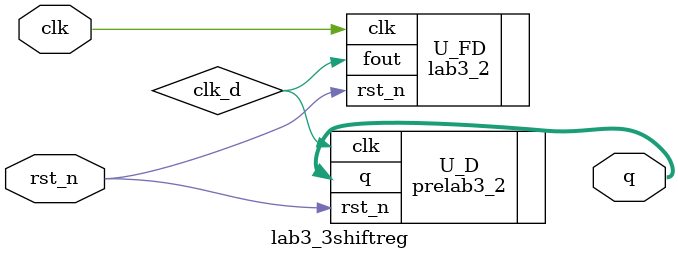
<source format=v>
`timescale 1ns / 1ps
module lab3_3shiftreg(
q, // LED output
clk, // global clock
rst_n // active low reset
);
output [7:0] q; // LED output
input clk; // global clock
input rst_n; // active low reset
wire clk_d;
wire [7:0] q; // divided clock
// Insert frequency divider (freq_div.v)
lab3_2 U_FD(
.fout(clk_d), // divided clock output
.clk(clk), // clock from the crystal
.rst_n(rst_n) // active low reset
);
// Insert shifter (shifter.v)
prelab3_2 U_D(
.q(q), // shifter output
.clk(clk_d), // clock from the frequency divider
.rst_n(rst_n) // active low reset
);
endmodule


</source>
